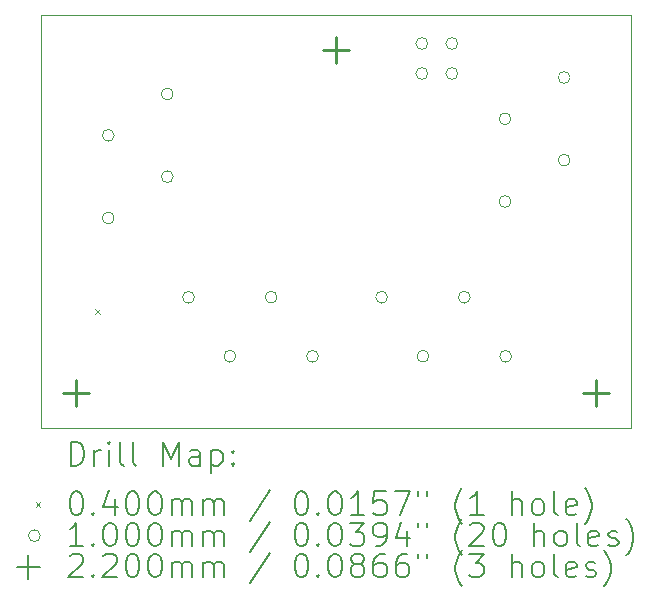
<source format=gbr>
%TF.GenerationSoftware,KiCad,Pcbnew,(6.0.8-1)-1*%
%TF.CreationDate,2022-12-26T11:19:30-06:00*%
%TF.ProjectId,CAN Distribution Board With Power v2,43414e20-4469-4737-9472-69627574696f,rev?*%
%TF.SameCoordinates,Original*%
%TF.FileFunction,Drillmap*%
%TF.FilePolarity,Positive*%
%FSLAX45Y45*%
G04 Gerber Fmt 4.5, Leading zero omitted, Abs format (unit mm)*
G04 Created by KiCad (PCBNEW (6.0.8-1)-1) date 2022-12-26 11:19:30*
%MOMM*%
%LPD*%
G01*
G04 APERTURE LIST*
%ADD10C,0.100000*%
%ADD11C,0.200000*%
%ADD12C,0.040000*%
%ADD13C,0.220000*%
G04 APERTURE END LIST*
D10*
X9400000Y-8510000D02*
X14400000Y-8510000D01*
X14400000Y-8510000D02*
X14400000Y-12010000D01*
X14400000Y-12010000D02*
X9400000Y-12010000D01*
X9400000Y-12010000D02*
X9400000Y-8510000D01*
D11*
D12*
X9860000Y-11000000D02*
X9900000Y-11040000D01*
X9900000Y-11000000D02*
X9860000Y-11040000D01*
D10*
X10020000Y-9530000D02*
G75*
G03*
X10020000Y-9530000I-50000J0D01*
G01*
X10020000Y-10230000D02*
G75*
G03*
X10020000Y-10230000I-50000J0D01*
G01*
X10520000Y-9180000D02*
G75*
G03*
X10520000Y-9180000I-50000J0D01*
G01*
X10520000Y-9880000D02*
G75*
G03*
X10520000Y-9880000I-50000J0D01*
G01*
X10700000Y-10900500D02*
G75*
G03*
X10700000Y-10900500I-50000J0D01*
G01*
X11050000Y-11400500D02*
G75*
G03*
X11050000Y-11400500I-50000J0D01*
G01*
X11400000Y-10900500D02*
G75*
G03*
X11400000Y-10900500I-50000J0D01*
G01*
X11750000Y-11400500D02*
G75*
G03*
X11750000Y-11400500I-50000J0D01*
G01*
X12335000Y-10900500D02*
G75*
G03*
X12335000Y-10900500I-50000J0D01*
G01*
X12676000Y-8752250D02*
G75*
G03*
X12676000Y-8752250I-50000J0D01*
G01*
X12676000Y-9006250D02*
G75*
G03*
X12676000Y-9006250I-50000J0D01*
G01*
X12685000Y-11400500D02*
G75*
G03*
X12685000Y-11400500I-50000J0D01*
G01*
X12930000Y-8752250D02*
G75*
G03*
X12930000Y-8752250I-50000J0D01*
G01*
X12930000Y-9006250D02*
G75*
G03*
X12930000Y-9006250I-50000J0D01*
G01*
X13035000Y-10900500D02*
G75*
G03*
X13035000Y-10900500I-50000J0D01*
G01*
X13380000Y-9390000D02*
G75*
G03*
X13380000Y-9390000I-50000J0D01*
G01*
X13380000Y-10090000D02*
G75*
G03*
X13380000Y-10090000I-50000J0D01*
G01*
X13385000Y-11400500D02*
G75*
G03*
X13385000Y-11400500I-50000J0D01*
G01*
X13880000Y-9040000D02*
G75*
G03*
X13880000Y-9040000I-50000J0D01*
G01*
X13880000Y-9740000D02*
G75*
G03*
X13880000Y-9740000I-50000J0D01*
G01*
D13*
X9700000Y-11600000D02*
X9700000Y-11820000D01*
X9590000Y-11710000D02*
X9810000Y-11710000D01*
X11900000Y-8700000D02*
X11900000Y-8920000D01*
X11790000Y-8810000D02*
X12010000Y-8810000D01*
X14100000Y-11600000D02*
X14100000Y-11820000D01*
X13990000Y-11710000D02*
X14210000Y-11710000D01*
D11*
X9652619Y-12325476D02*
X9652619Y-12125476D01*
X9700238Y-12125476D01*
X9728810Y-12135000D01*
X9747857Y-12154048D01*
X9757381Y-12173095D01*
X9766905Y-12211190D01*
X9766905Y-12239762D01*
X9757381Y-12277857D01*
X9747857Y-12296905D01*
X9728810Y-12315952D01*
X9700238Y-12325476D01*
X9652619Y-12325476D01*
X9852619Y-12325476D02*
X9852619Y-12192143D01*
X9852619Y-12230238D02*
X9862143Y-12211190D01*
X9871667Y-12201667D01*
X9890714Y-12192143D01*
X9909762Y-12192143D01*
X9976429Y-12325476D02*
X9976429Y-12192143D01*
X9976429Y-12125476D02*
X9966905Y-12135000D01*
X9976429Y-12144524D01*
X9985952Y-12135000D01*
X9976429Y-12125476D01*
X9976429Y-12144524D01*
X10100238Y-12325476D02*
X10081190Y-12315952D01*
X10071667Y-12296905D01*
X10071667Y-12125476D01*
X10205000Y-12325476D02*
X10185952Y-12315952D01*
X10176429Y-12296905D01*
X10176429Y-12125476D01*
X10433571Y-12325476D02*
X10433571Y-12125476D01*
X10500238Y-12268333D01*
X10566905Y-12125476D01*
X10566905Y-12325476D01*
X10747857Y-12325476D02*
X10747857Y-12220714D01*
X10738333Y-12201667D01*
X10719286Y-12192143D01*
X10681190Y-12192143D01*
X10662143Y-12201667D01*
X10747857Y-12315952D02*
X10728810Y-12325476D01*
X10681190Y-12325476D01*
X10662143Y-12315952D01*
X10652619Y-12296905D01*
X10652619Y-12277857D01*
X10662143Y-12258809D01*
X10681190Y-12249286D01*
X10728810Y-12249286D01*
X10747857Y-12239762D01*
X10843095Y-12192143D02*
X10843095Y-12392143D01*
X10843095Y-12201667D02*
X10862143Y-12192143D01*
X10900238Y-12192143D01*
X10919286Y-12201667D01*
X10928810Y-12211190D01*
X10938333Y-12230238D01*
X10938333Y-12287381D01*
X10928810Y-12306428D01*
X10919286Y-12315952D01*
X10900238Y-12325476D01*
X10862143Y-12325476D01*
X10843095Y-12315952D01*
X11024048Y-12306428D02*
X11033571Y-12315952D01*
X11024048Y-12325476D01*
X11014524Y-12315952D01*
X11024048Y-12306428D01*
X11024048Y-12325476D01*
X11024048Y-12201667D02*
X11033571Y-12211190D01*
X11024048Y-12220714D01*
X11014524Y-12211190D01*
X11024048Y-12201667D01*
X11024048Y-12220714D01*
D12*
X9355000Y-12635000D02*
X9395000Y-12675000D01*
X9395000Y-12635000D02*
X9355000Y-12675000D01*
D11*
X9690714Y-12545476D02*
X9709762Y-12545476D01*
X9728810Y-12555000D01*
X9738333Y-12564524D01*
X9747857Y-12583571D01*
X9757381Y-12621667D01*
X9757381Y-12669286D01*
X9747857Y-12707381D01*
X9738333Y-12726428D01*
X9728810Y-12735952D01*
X9709762Y-12745476D01*
X9690714Y-12745476D01*
X9671667Y-12735952D01*
X9662143Y-12726428D01*
X9652619Y-12707381D01*
X9643095Y-12669286D01*
X9643095Y-12621667D01*
X9652619Y-12583571D01*
X9662143Y-12564524D01*
X9671667Y-12555000D01*
X9690714Y-12545476D01*
X9843095Y-12726428D02*
X9852619Y-12735952D01*
X9843095Y-12745476D01*
X9833571Y-12735952D01*
X9843095Y-12726428D01*
X9843095Y-12745476D01*
X10024048Y-12612143D02*
X10024048Y-12745476D01*
X9976429Y-12535952D02*
X9928810Y-12678809D01*
X10052619Y-12678809D01*
X10166905Y-12545476D02*
X10185952Y-12545476D01*
X10205000Y-12555000D01*
X10214524Y-12564524D01*
X10224048Y-12583571D01*
X10233571Y-12621667D01*
X10233571Y-12669286D01*
X10224048Y-12707381D01*
X10214524Y-12726428D01*
X10205000Y-12735952D01*
X10185952Y-12745476D01*
X10166905Y-12745476D01*
X10147857Y-12735952D01*
X10138333Y-12726428D01*
X10128810Y-12707381D01*
X10119286Y-12669286D01*
X10119286Y-12621667D01*
X10128810Y-12583571D01*
X10138333Y-12564524D01*
X10147857Y-12555000D01*
X10166905Y-12545476D01*
X10357381Y-12545476D02*
X10376429Y-12545476D01*
X10395476Y-12555000D01*
X10405000Y-12564524D01*
X10414524Y-12583571D01*
X10424048Y-12621667D01*
X10424048Y-12669286D01*
X10414524Y-12707381D01*
X10405000Y-12726428D01*
X10395476Y-12735952D01*
X10376429Y-12745476D01*
X10357381Y-12745476D01*
X10338333Y-12735952D01*
X10328810Y-12726428D01*
X10319286Y-12707381D01*
X10309762Y-12669286D01*
X10309762Y-12621667D01*
X10319286Y-12583571D01*
X10328810Y-12564524D01*
X10338333Y-12555000D01*
X10357381Y-12545476D01*
X10509762Y-12745476D02*
X10509762Y-12612143D01*
X10509762Y-12631190D02*
X10519286Y-12621667D01*
X10538333Y-12612143D01*
X10566905Y-12612143D01*
X10585952Y-12621667D01*
X10595476Y-12640714D01*
X10595476Y-12745476D01*
X10595476Y-12640714D02*
X10605000Y-12621667D01*
X10624048Y-12612143D01*
X10652619Y-12612143D01*
X10671667Y-12621667D01*
X10681190Y-12640714D01*
X10681190Y-12745476D01*
X10776429Y-12745476D02*
X10776429Y-12612143D01*
X10776429Y-12631190D02*
X10785952Y-12621667D01*
X10805000Y-12612143D01*
X10833571Y-12612143D01*
X10852619Y-12621667D01*
X10862143Y-12640714D01*
X10862143Y-12745476D01*
X10862143Y-12640714D02*
X10871667Y-12621667D01*
X10890714Y-12612143D01*
X10919286Y-12612143D01*
X10938333Y-12621667D01*
X10947857Y-12640714D01*
X10947857Y-12745476D01*
X11338333Y-12535952D02*
X11166905Y-12793095D01*
X11595476Y-12545476D02*
X11614524Y-12545476D01*
X11633571Y-12555000D01*
X11643095Y-12564524D01*
X11652619Y-12583571D01*
X11662143Y-12621667D01*
X11662143Y-12669286D01*
X11652619Y-12707381D01*
X11643095Y-12726428D01*
X11633571Y-12735952D01*
X11614524Y-12745476D01*
X11595476Y-12745476D01*
X11576428Y-12735952D01*
X11566905Y-12726428D01*
X11557381Y-12707381D01*
X11547857Y-12669286D01*
X11547857Y-12621667D01*
X11557381Y-12583571D01*
X11566905Y-12564524D01*
X11576428Y-12555000D01*
X11595476Y-12545476D01*
X11747857Y-12726428D02*
X11757381Y-12735952D01*
X11747857Y-12745476D01*
X11738333Y-12735952D01*
X11747857Y-12726428D01*
X11747857Y-12745476D01*
X11881190Y-12545476D02*
X11900238Y-12545476D01*
X11919286Y-12555000D01*
X11928809Y-12564524D01*
X11938333Y-12583571D01*
X11947857Y-12621667D01*
X11947857Y-12669286D01*
X11938333Y-12707381D01*
X11928809Y-12726428D01*
X11919286Y-12735952D01*
X11900238Y-12745476D01*
X11881190Y-12745476D01*
X11862143Y-12735952D01*
X11852619Y-12726428D01*
X11843095Y-12707381D01*
X11833571Y-12669286D01*
X11833571Y-12621667D01*
X11843095Y-12583571D01*
X11852619Y-12564524D01*
X11862143Y-12555000D01*
X11881190Y-12545476D01*
X12138333Y-12745476D02*
X12024048Y-12745476D01*
X12081190Y-12745476D02*
X12081190Y-12545476D01*
X12062143Y-12574048D01*
X12043095Y-12593095D01*
X12024048Y-12602619D01*
X12319286Y-12545476D02*
X12224048Y-12545476D01*
X12214524Y-12640714D01*
X12224048Y-12631190D01*
X12243095Y-12621667D01*
X12290714Y-12621667D01*
X12309762Y-12631190D01*
X12319286Y-12640714D01*
X12328809Y-12659762D01*
X12328809Y-12707381D01*
X12319286Y-12726428D01*
X12309762Y-12735952D01*
X12290714Y-12745476D01*
X12243095Y-12745476D01*
X12224048Y-12735952D01*
X12214524Y-12726428D01*
X12395476Y-12545476D02*
X12528809Y-12545476D01*
X12443095Y-12745476D01*
X12595476Y-12545476D02*
X12595476Y-12583571D01*
X12671667Y-12545476D02*
X12671667Y-12583571D01*
X12966905Y-12821667D02*
X12957381Y-12812143D01*
X12938333Y-12783571D01*
X12928809Y-12764524D01*
X12919286Y-12735952D01*
X12909762Y-12688333D01*
X12909762Y-12650238D01*
X12919286Y-12602619D01*
X12928809Y-12574048D01*
X12938333Y-12555000D01*
X12957381Y-12526428D01*
X12966905Y-12516905D01*
X13147857Y-12745476D02*
X13033571Y-12745476D01*
X13090714Y-12745476D02*
X13090714Y-12545476D01*
X13071667Y-12574048D01*
X13052619Y-12593095D01*
X13033571Y-12602619D01*
X13385952Y-12745476D02*
X13385952Y-12545476D01*
X13471667Y-12745476D02*
X13471667Y-12640714D01*
X13462143Y-12621667D01*
X13443095Y-12612143D01*
X13414524Y-12612143D01*
X13395476Y-12621667D01*
X13385952Y-12631190D01*
X13595476Y-12745476D02*
X13576428Y-12735952D01*
X13566905Y-12726428D01*
X13557381Y-12707381D01*
X13557381Y-12650238D01*
X13566905Y-12631190D01*
X13576428Y-12621667D01*
X13595476Y-12612143D01*
X13624048Y-12612143D01*
X13643095Y-12621667D01*
X13652619Y-12631190D01*
X13662143Y-12650238D01*
X13662143Y-12707381D01*
X13652619Y-12726428D01*
X13643095Y-12735952D01*
X13624048Y-12745476D01*
X13595476Y-12745476D01*
X13776428Y-12745476D02*
X13757381Y-12735952D01*
X13747857Y-12716905D01*
X13747857Y-12545476D01*
X13928809Y-12735952D02*
X13909762Y-12745476D01*
X13871667Y-12745476D01*
X13852619Y-12735952D01*
X13843095Y-12716905D01*
X13843095Y-12640714D01*
X13852619Y-12621667D01*
X13871667Y-12612143D01*
X13909762Y-12612143D01*
X13928809Y-12621667D01*
X13938333Y-12640714D01*
X13938333Y-12659762D01*
X13843095Y-12678809D01*
X14005000Y-12821667D02*
X14014524Y-12812143D01*
X14033571Y-12783571D01*
X14043095Y-12764524D01*
X14052619Y-12735952D01*
X14062143Y-12688333D01*
X14062143Y-12650238D01*
X14052619Y-12602619D01*
X14043095Y-12574048D01*
X14033571Y-12555000D01*
X14014524Y-12526428D01*
X14005000Y-12516905D01*
D10*
X9395000Y-12919000D02*
G75*
G03*
X9395000Y-12919000I-50000J0D01*
G01*
D11*
X9757381Y-13009476D02*
X9643095Y-13009476D01*
X9700238Y-13009476D02*
X9700238Y-12809476D01*
X9681190Y-12838048D01*
X9662143Y-12857095D01*
X9643095Y-12866619D01*
X9843095Y-12990428D02*
X9852619Y-12999952D01*
X9843095Y-13009476D01*
X9833571Y-12999952D01*
X9843095Y-12990428D01*
X9843095Y-13009476D01*
X9976429Y-12809476D02*
X9995476Y-12809476D01*
X10014524Y-12819000D01*
X10024048Y-12828524D01*
X10033571Y-12847571D01*
X10043095Y-12885667D01*
X10043095Y-12933286D01*
X10033571Y-12971381D01*
X10024048Y-12990428D01*
X10014524Y-12999952D01*
X9995476Y-13009476D01*
X9976429Y-13009476D01*
X9957381Y-12999952D01*
X9947857Y-12990428D01*
X9938333Y-12971381D01*
X9928810Y-12933286D01*
X9928810Y-12885667D01*
X9938333Y-12847571D01*
X9947857Y-12828524D01*
X9957381Y-12819000D01*
X9976429Y-12809476D01*
X10166905Y-12809476D02*
X10185952Y-12809476D01*
X10205000Y-12819000D01*
X10214524Y-12828524D01*
X10224048Y-12847571D01*
X10233571Y-12885667D01*
X10233571Y-12933286D01*
X10224048Y-12971381D01*
X10214524Y-12990428D01*
X10205000Y-12999952D01*
X10185952Y-13009476D01*
X10166905Y-13009476D01*
X10147857Y-12999952D01*
X10138333Y-12990428D01*
X10128810Y-12971381D01*
X10119286Y-12933286D01*
X10119286Y-12885667D01*
X10128810Y-12847571D01*
X10138333Y-12828524D01*
X10147857Y-12819000D01*
X10166905Y-12809476D01*
X10357381Y-12809476D02*
X10376429Y-12809476D01*
X10395476Y-12819000D01*
X10405000Y-12828524D01*
X10414524Y-12847571D01*
X10424048Y-12885667D01*
X10424048Y-12933286D01*
X10414524Y-12971381D01*
X10405000Y-12990428D01*
X10395476Y-12999952D01*
X10376429Y-13009476D01*
X10357381Y-13009476D01*
X10338333Y-12999952D01*
X10328810Y-12990428D01*
X10319286Y-12971381D01*
X10309762Y-12933286D01*
X10309762Y-12885667D01*
X10319286Y-12847571D01*
X10328810Y-12828524D01*
X10338333Y-12819000D01*
X10357381Y-12809476D01*
X10509762Y-13009476D02*
X10509762Y-12876143D01*
X10509762Y-12895190D02*
X10519286Y-12885667D01*
X10538333Y-12876143D01*
X10566905Y-12876143D01*
X10585952Y-12885667D01*
X10595476Y-12904714D01*
X10595476Y-13009476D01*
X10595476Y-12904714D02*
X10605000Y-12885667D01*
X10624048Y-12876143D01*
X10652619Y-12876143D01*
X10671667Y-12885667D01*
X10681190Y-12904714D01*
X10681190Y-13009476D01*
X10776429Y-13009476D02*
X10776429Y-12876143D01*
X10776429Y-12895190D02*
X10785952Y-12885667D01*
X10805000Y-12876143D01*
X10833571Y-12876143D01*
X10852619Y-12885667D01*
X10862143Y-12904714D01*
X10862143Y-13009476D01*
X10862143Y-12904714D02*
X10871667Y-12885667D01*
X10890714Y-12876143D01*
X10919286Y-12876143D01*
X10938333Y-12885667D01*
X10947857Y-12904714D01*
X10947857Y-13009476D01*
X11338333Y-12799952D02*
X11166905Y-13057095D01*
X11595476Y-12809476D02*
X11614524Y-12809476D01*
X11633571Y-12819000D01*
X11643095Y-12828524D01*
X11652619Y-12847571D01*
X11662143Y-12885667D01*
X11662143Y-12933286D01*
X11652619Y-12971381D01*
X11643095Y-12990428D01*
X11633571Y-12999952D01*
X11614524Y-13009476D01*
X11595476Y-13009476D01*
X11576428Y-12999952D01*
X11566905Y-12990428D01*
X11557381Y-12971381D01*
X11547857Y-12933286D01*
X11547857Y-12885667D01*
X11557381Y-12847571D01*
X11566905Y-12828524D01*
X11576428Y-12819000D01*
X11595476Y-12809476D01*
X11747857Y-12990428D02*
X11757381Y-12999952D01*
X11747857Y-13009476D01*
X11738333Y-12999952D01*
X11747857Y-12990428D01*
X11747857Y-13009476D01*
X11881190Y-12809476D02*
X11900238Y-12809476D01*
X11919286Y-12819000D01*
X11928809Y-12828524D01*
X11938333Y-12847571D01*
X11947857Y-12885667D01*
X11947857Y-12933286D01*
X11938333Y-12971381D01*
X11928809Y-12990428D01*
X11919286Y-12999952D01*
X11900238Y-13009476D01*
X11881190Y-13009476D01*
X11862143Y-12999952D01*
X11852619Y-12990428D01*
X11843095Y-12971381D01*
X11833571Y-12933286D01*
X11833571Y-12885667D01*
X11843095Y-12847571D01*
X11852619Y-12828524D01*
X11862143Y-12819000D01*
X11881190Y-12809476D01*
X12014524Y-12809476D02*
X12138333Y-12809476D01*
X12071667Y-12885667D01*
X12100238Y-12885667D01*
X12119286Y-12895190D01*
X12128809Y-12904714D01*
X12138333Y-12923762D01*
X12138333Y-12971381D01*
X12128809Y-12990428D01*
X12119286Y-12999952D01*
X12100238Y-13009476D01*
X12043095Y-13009476D01*
X12024048Y-12999952D01*
X12014524Y-12990428D01*
X12233571Y-13009476D02*
X12271667Y-13009476D01*
X12290714Y-12999952D01*
X12300238Y-12990428D01*
X12319286Y-12961857D01*
X12328809Y-12923762D01*
X12328809Y-12847571D01*
X12319286Y-12828524D01*
X12309762Y-12819000D01*
X12290714Y-12809476D01*
X12252619Y-12809476D01*
X12233571Y-12819000D01*
X12224048Y-12828524D01*
X12214524Y-12847571D01*
X12214524Y-12895190D01*
X12224048Y-12914238D01*
X12233571Y-12923762D01*
X12252619Y-12933286D01*
X12290714Y-12933286D01*
X12309762Y-12923762D01*
X12319286Y-12914238D01*
X12328809Y-12895190D01*
X12500238Y-12876143D02*
X12500238Y-13009476D01*
X12452619Y-12799952D02*
X12405000Y-12942809D01*
X12528809Y-12942809D01*
X12595476Y-12809476D02*
X12595476Y-12847571D01*
X12671667Y-12809476D02*
X12671667Y-12847571D01*
X12966905Y-13085667D02*
X12957381Y-13076143D01*
X12938333Y-13047571D01*
X12928809Y-13028524D01*
X12919286Y-12999952D01*
X12909762Y-12952333D01*
X12909762Y-12914238D01*
X12919286Y-12866619D01*
X12928809Y-12838048D01*
X12938333Y-12819000D01*
X12957381Y-12790428D01*
X12966905Y-12780905D01*
X13033571Y-12828524D02*
X13043095Y-12819000D01*
X13062143Y-12809476D01*
X13109762Y-12809476D01*
X13128809Y-12819000D01*
X13138333Y-12828524D01*
X13147857Y-12847571D01*
X13147857Y-12866619D01*
X13138333Y-12895190D01*
X13024048Y-13009476D01*
X13147857Y-13009476D01*
X13271667Y-12809476D02*
X13290714Y-12809476D01*
X13309762Y-12819000D01*
X13319286Y-12828524D01*
X13328809Y-12847571D01*
X13338333Y-12885667D01*
X13338333Y-12933286D01*
X13328809Y-12971381D01*
X13319286Y-12990428D01*
X13309762Y-12999952D01*
X13290714Y-13009476D01*
X13271667Y-13009476D01*
X13252619Y-12999952D01*
X13243095Y-12990428D01*
X13233571Y-12971381D01*
X13224048Y-12933286D01*
X13224048Y-12885667D01*
X13233571Y-12847571D01*
X13243095Y-12828524D01*
X13252619Y-12819000D01*
X13271667Y-12809476D01*
X13576428Y-13009476D02*
X13576428Y-12809476D01*
X13662143Y-13009476D02*
X13662143Y-12904714D01*
X13652619Y-12885667D01*
X13633571Y-12876143D01*
X13605000Y-12876143D01*
X13585952Y-12885667D01*
X13576428Y-12895190D01*
X13785952Y-13009476D02*
X13766905Y-12999952D01*
X13757381Y-12990428D01*
X13747857Y-12971381D01*
X13747857Y-12914238D01*
X13757381Y-12895190D01*
X13766905Y-12885667D01*
X13785952Y-12876143D01*
X13814524Y-12876143D01*
X13833571Y-12885667D01*
X13843095Y-12895190D01*
X13852619Y-12914238D01*
X13852619Y-12971381D01*
X13843095Y-12990428D01*
X13833571Y-12999952D01*
X13814524Y-13009476D01*
X13785952Y-13009476D01*
X13966905Y-13009476D02*
X13947857Y-12999952D01*
X13938333Y-12980905D01*
X13938333Y-12809476D01*
X14119286Y-12999952D02*
X14100238Y-13009476D01*
X14062143Y-13009476D01*
X14043095Y-12999952D01*
X14033571Y-12980905D01*
X14033571Y-12904714D01*
X14043095Y-12885667D01*
X14062143Y-12876143D01*
X14100238Y-12876143D01*
X14119286Y-12885667D01*
X14128809Y-12904714D01*
X14128809Y-12923762D01*
X14033571Y-12942809D01*
X14205000Y-12999952D02*
X14224048Y-13009476D01*
X14262143Y-13009476D01*
X14281190Y-12999952D01*
X14290714Y-12980905D01*
X14290714Y-12971381D01*
X14281190Y-12952333D01*
X14262143Y-12942809D01*
X14233571Y-12942809D01*
X14214524Y-12933286D01*
X14205000Y-12914238D01*
X14205000Y-12904714D01*
X14214524Y-12885667D01*
X14233571Y-12876143D01*
X14262143Y-12876143D01*
X14281190Y-12885667D01*
X14357381Y-13085667D02*
X14366905Y-13076143D01*
X14385952Y-13047571D01*
X14395476Y-13028524D01*
X14405000Y-12999952D01*
X14414524Y-12952333D01*
X14414524Y-12914238D01*
X14405000Y-12866619D01*
X14395476Y-12838048D01*
X14385952Y-12819000D01*
X14366905Y-12790428D01*
X14357381Y-12780905D01*
X9295000Y-13083000D02*
X9295000Y-13283000D01*
X9195000Y-13183000D02*
X9395000Y-13183000D01*
X9643095Y-13092524D02*
X9652619Y-13083000D01*
X9671667Y-13073476D01*
X9719286Y-13073476D01*
X9738333Y-13083000D01*
X9747857Y-13092524D01*
X9757381Y-13111571D01*
X9757381Y-13130619D01*
X9747857Y-13159190D01*
X9633571Y-13273476D01*
X9757381Y-13273476D01*
X9843095Y-13254428D02*
X9852619Y-13263952D01*
X9843095Y-13273476D01*
X9833571Y-13263952D01*
X9843095Y-13254428D01*
X9843095Y-13273476D01*
X9928810Y-13092524D02*
X9938333Y-13083000D01*
X9957381Y-13073476D01*
X10005000Y-13073476D01*
X10024048Y-13083000D01*
X10033571Y-13092524D01*
X10043095Y-13111571D01*
X10043095Y-13130619D01*
X10033571Y-13159190D01*
X9919286Y-13273476D01*
X10043095Y-13273476D01*
X10166905Y-13073476D02*
X10185952Y-13073476D01*
X10205000Y-13083000D01*
X10214524Y-13092524D01*
X10224048Y-13111571D01*
X10233571Y-13149667D01*
X10233571Y-13197286D01*
X10224048Y-13235381D01*
X10214524Y-13254428D01*
X10205000Y-13263952D01*
X10185952Y-13273476D01*
X10166905Y-13273476D01*
X10147857Y-13263952D01*
X10138333Y-13254428D01*
X10128810Y-13235381D01*
X10119286Y-13197286D01*
X10119286Y-13149667D01*
X10128810Y-13111571D01*
X10138333Y-13092524D01*
X10147857Y-13083000D01*
X10166905Y-13073476D01*
X10357381Y-13073476D02*
X10376429Y-13073476D01*
X10395476Y-13083000D01*
X10405000Y-13092524D01*
X10414524Y-13111571D01*
X10424048Y-13149667D01*
X10424048Y-13197286D01*
X10414524Y-13235381D01*
X10405000Y-13254428D01*
X10395476Y-13263952D01*
X10376429Y-13273476D01*
X10357381Y-13273476D01*
X10338333Y-13263952D01*
X10328810Y-13254428D01*
X10319286Y-13235381D01*
X10309762Y-13197286D01*
X10309762Y-13149667D01*
X10319286Y-13111571D01*
X10328810Y-13092524D01*
X10338333Y-13083000D01*
X10357381Y-13073476D01*
X10509762Y-13273476D02*
X10509762Y-13140143D01*
X10509762Y-13159190D02*
X10519286Y-13149667D01*
X10538333Y-13140143D01*
X10566905Y-13140143D01*
X10585952Y-13149667D01*
X10595476Y-13168714D01*
X10595476Y-13273476D01*
X10595476Y-13168714D02*
X10605000Y-13149667D01*
X10624048Y-13140143D01*
X10652619Y-13140143D01*
X10671667Y-13149667D01*
X10681190Y-13168714D01*
X10681190Y-13273476D01*
X10776429Y-13273476D02*
X10776429Y-13140143D01*
X10776429Y-13159190D02*
X10785952Y-13149667D01*
X10805000Y-13140143D01*
X10833571Y-13140143D01*
X10852619Y-13149667D01*
X10862143Y-13168714D01*
X10862143Y-13273476D01*
X10862143Y-13168714D02*
X10871667Y-13149667D01*
X10890714Y-13140143D01*
X10919286Y-13140143D01*
X10938333Y-13149667D01*
X10947857Y-13168714D01*
X10947857Y-13273476D01*
X11338333Y-13063952D02*
X11166905Y-13321095D01*
X11595476Y-13073476D02*
X11614524Y-13073476D01*
X11633571Y-13083000D01*
X11643095Y-13092524D01*
X11652619Y-13111571D01*
X11662143Y-13149667D01*
X11662143Y-13197286D01*
X11652619Y-13235381D01*
X11643095Y-13254428D01*
X11633571Y-13263952D01*
X11614524Y-13273476D01*
X11595476Y-13273476D01*
X11576428Y-13263952D01*
X11566905Y-13254428D01*
X11557381Y-13235381D01*
X11547857Y-13197286D01*
X11547857Y-13149667D01*
X11557381Y-13111571D01*
X11566905Y-13092524D01*
X11576428Y-13083000D01*
X11595476Y-13073476D01*
X11747857Y-13254428D02*
X11757381Y-13263952D01*
X11747857Y-13273476D01*
X11738333Y-13263952D01*
X11747857Y-13254428D01*
X11747857Y-13273476D01*
X11881190Y-13073476D02*
X11900238Y-13073476D01*
X11919286Y-13083000D01*
X11928809Y-13092524D01*
X11938333Y-13111571D01*
X11947857Y-13149667D01*
X11947857Y-13197286D01*
X11938333Y-13235381D01*
X11928809Y-13254428D01*
X11919286Y-13263952D01*
X11900238Y-13273476D01*
X11881190Y-13273476D01*
X11862143Y-13263952D01*
X11852619Y-13254428D01*
X11843095Y-13235381D01*
X11833571Y-13197286D01*
X11833571Y-13149667D01*
X11843095Y-13111571D01*
X11852619Y-13092524D01*
X11862143Y-13083000D01*
X11881190Y-13073476D01*
X12062143Y-13159190D02*
X12043095Y-13149667D01*
X12033571Y-13140143D01*
X12024048Y-13121095D01*
X12024048Y-13111571D01*
X12033571Y-13092524D01*
X12043095Y-13083000D01*
X12062143Y-13073476D01*
X12100238Y-13073476D01*
X12119286Y-13083000D01*
X12128809Y-13092524D01*
X12138333Y-13111571D01*
X12138333Y-13121095D01*
X12128809Y-13140143D01*
X12119286Y-13149667D01*
X12100238Y-13159190D01*
X12062143Y-13159190D01*
X12043095Y-13168714D01*
X12033571Y-13178238D01*
X12024048Y-13197286D01*
X12024048Y-13235381D01*
X12033571Y-13254428D01*
X12043095Y-13263952D01*
X12062143Y-13273476D01*
X12100238Y-13273476D01*
X12119286Y-13263952D01*
X12128809Y-13254428D01*
X12138333Y-13235381D01*
X12138333Y-13197286D01*
X12128809Y-13178238D01*
X12119286Y-13168714D01*
X12100238Y-13159190D01*
X12309762Y-13073476D02*
X12271667Y-13073476D01*
X12252619Y-13083000D01*
X12243095Y-13092524D01*
X12224048Y-13121095D01*
X12214524Y-13159190D01*
X12214524Y-13235381D01*
X12224048Y-13254428D01*
X12233571Y-13263952D01*
X12252619Y-13273476D01*
X12290714Y-13273476D01*
X12309762Y-13263952D01*
X12319286Y-13254428D01*
X12328809Y-13235381D01*
X12328809Y-13187762D01*
X12319286Y-13168714D01*
X12309762Y-13159190D01*
X12290714Y-13149667D01*
X12252619Y-13149667D01*
X12233571Y-13159190D01*
X12224048Y-13168714D01*
X12214524Y-13187762D01*
X12500238Y-13073476D02*
X12462143Y-13073476D01*
X12443095Y-13083000D01*
X12433571Y-13092524D01*
X12414524Y-13121095D01*
X12405000Y-13159190D01*
X12405000Y-13235381D01*
X12414524Y-13254428D01*
X12424048Y-13263952D01*
X12443095Y-13273476D01*
X12481190Y-13273476D01*
X12500238Y-13263952D01*
X12509762Y-13254428D01*
X12519286Y-13235381D01*
X12519286Y-13187762D01*
X12509762Y-13168714D01*
X12500238Y-13159190D01*
X12481190Y-13149667D01*
X12443095Y-13149667D01*
X12424048Y-13159190D01*
X12414524Y-13168714D01*
X12405000Y-13187762D01*
X12595476Y-13073476D02*
X12595476Y-13111571D01*
X12671667Y-13073476D02*
X12671667Y-13111571D01*
X12966905Y-13349667D02*
X12957381Y-13340143D01*
X12938333Y-13311571D01*
X12928809Y-13292524D01*
X12919286Y-13263952D01*
X12909762Y-13216333D01*
X12909762Y-13178238D01*
X12919286Y-13130619D01*
X12928809Y-13102048D01*
X12938333Y-13083000D01*
X12957381Y-13054428D01*
X12966905Y-13044905D01*
X13024048Y-13073476D02*
X13147857Y-13073476D01*
X13081190Y-13149667D01*
X13109762Y-13149667D01*
X13128809Y-13159190D01*
X13138333Y-13168714D01*
X13147857Y-13187762D01*
X13147857Y-13235381D01*
X13138333Y-13254428D01*
X13128809Y-13263952D01*
X13109762Y-13273476D01*
X13052619Y-13273476D01*
X13033571Y-13263952D01*
X13024048Y-13254428D01*
X13385952Y-13273476D02*
X13385952Y-13073476D01*
X13471667Y-13273476D02*
X13471667Y-13168714D01*
X13462143Y-13149667D01*
X13443095Y-13140143D01*
X13414524Y-13140143D01*
X13395476Y-13149667D01*
X13385952Y-13159190D01*
X13595476Y-13273476D02*
X13576428Y-13263952D01*
X13566905Y-13254428D01*
X13557381Y-13235381D01*
X13557381Y-13178238D01*
X13566905Y-13159190D01*
X13576428Y-13149667D01*
X13595476Y-13140143D01*
X13624048Y-13140143D01*
X13643095Y-13149667D01*
X13652619Y-13159190D01*
X13662143Y-13178238D01*
X13662143Y-13235381D01*
X13652619Y-13254428D01*
X13643095Y-13263952D01*
X13624048Y-13273476D01*
X13595476Y-13273476D01*
X13776428Y-13273476D02*
X13757381Y-13263952D01*
X13747857Y-13244905D01*
X13747857Y-13073476D01*
X13928809Y-13263952D02*
X13909762Y-13273476D01*
X13871667Y-13273476D01*
X13852619Y-13263952D01*
X13843095Y-13244905D01*
X13843095Y-13168714D01*
X13852619Y-13149667D01*
X13871667Y-13140143D01*
X13909762Y-13140143D01*
X13928809Y-13149667D01*
X13938333Y-13168714D01*
X13938333Y-13187762D01*
X13843095Y-13206809D01*
X14014524Y-13263952D02*
X14033571Y-13273476D01*
X14071667Y-13273476D01*
X14090714Y-13263952D01*
X14100238Y-13244905D01*
X14100238Y-13235381D01*
X14090714Y-13216333D01*
X14071667Y-13206809D01*
X14043095Y-13206809D01*
X14024048Y-13197286D01*
X14014524Y-13178238D01*
X14014524Y-13168714D01*
X14024048Y-13149667D01*
X14043095Y-13140143D01*
X14071667Y-13140143D01*
X14090714Y-13149667D01*
X14166905Y-13349667D02*
X14176428Y-13340143D01*
X14195476Y-13311571D01*
X14205000Y-13292524D01*
X14214524Y-13263952D01*
X14224048Y-13216333D01*
X14224048Y-13178238D01*
X14214524Y-13130619D01*
X14205000Y-13102048D01*
X14195476Y-13083000D01*
X14176428Y-13054428D01*
X14166905Y-13044905D01*
M02*

</source>
